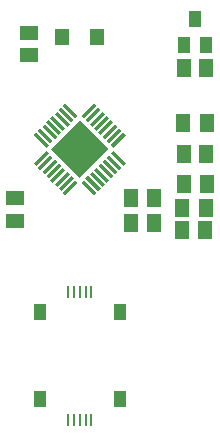
<source format=gbr>
G04 EAGLE Gerber RS-274X export*
G75*
%MOMM*%
%FSLAX34Y34*%
%LPD*%
%INSolderpaste Top*%
%IPPOS*%
%AMOC8*
5,1,8,0,0,1.08239X$1,22.5*%
G01*
%ADD10R,0.300000X1.500000*%
%ADD11R,3.450000X3.450000*%
%ADD12R,0.250000X1.000000*%
%ADD13R,1.000000X1.340000*%
%ADD14R,1.300000X1.600000*%
%ADD15R,1.000000X1.400000*%
%ADD16R,1.600000X1.300000*%
%ADD17R,1.200000X1.400000*%


D10*
G36*
X541415Y321715D02*
X543536Y323836D01*
X554141Y313231D01*
X552020Y311110D01*
X541415Y321715D01*
G37*
G36*
X544951Y325251D02*
X547072Y327372D01*
X557677Y316767D01*
X555556Y314646D01*
X544951Y325251D01*
G37*
G36*
X548486Y328786D02*
X550607Y330907D01*
X561212Y320302D01*
X559091Y318181D01*
X548486Y328786D01*
G37*
G36*
X552022Y332322D02*
X554143Y334443D01*
X564748Y323838D01*
X562627Y321717D01*
X552022Y332322D01*
G37*
G36*
X555557Y335857D02*
X557678Y337978D01*
X568283Y327373D01*
X566162Y325252D01*
X555557Y335857D01*
G37*
G36*
X559093Y339393D02*
X561214Y341514D01*
X571819Y330909D01*
X569698Y328788D01*
X559093Y339393D01*
G37*
G36*
X562628Y342928D02*
X564749Y345049D01*
X575354Y334444D01*
X573233Y332323D01*
X562628Y342928D01*
G37*
G36*
X566164Y346464D02*
X568285Y348585D01*
X578890Y337980D01*
X576769Y335859D01*
X566164Y346464D01*
G37*
G36*
X568285Y351415D02*
X566164Y353536D01*
X576769Y364141D01*
X578890Y362020D01*
X568285Y351415D01*
G37*
G36*
X564749Y354951D02*
X562628Y357072D01*
X573233Y367677D01*
X575354Y365556D01*
X564749Y354951D01*
G37*
G36*
X561214Y358486D02*
X559093Y360607D01*
X569698Y371212D01*
X571819Y369091D01*
X561214Y358486D01*
G37*
G36*
X557678Y362022D02*
X555557Y364143D01*
X566162Y374748D01*
X568283Y372627D01*
X557678Y362022D01*
G37*
G36*
X554143Y365557D02*
X552022Y367678D01*
X562627Y378283D01*
X564748Y376162D01*
X554143Y365557D01*
G37*
G36*
X550607Y369093D02*
X548486Y371214D01*
X559091Y381819D01*
X561212Y379698D01*
X550607Y369093D01*
G37*
G36*
X547072Y372628D02*
X544951Y374749D01*
X555556Y385354D01*
X557677Y383233D01*
X547072Y372628D01*
G37*
G36*
X543536Y376164D02*
X541415Y378285D01*
X552020Y388890D01*
X554141Y386769D01*
X543536Y376164D01*
G37*
G36*
X538585Y378285D02*
X536464Y376164D01*
X525859Y386769D01*
X527980Y388890D01*
X538585Y378285D01*
G37*
G36*
X535049Y374749D02*
X532928Y372628D01*
X522323Y383233D01*
X524444Y385354D01*
X535049Y374749D01*
G37*
G36*
X531514Y371214D02*
X529393Y369093D01*
X518788Y379698D01*
X520909Y381819D01*
X531514Y371214D01*
G37*
G36*
X527978Y367678D02*
X525857Y365557D01*
X515252Y376162D01*
X517373Y378283D01*
X527978Y367678D01*
G37*
G36*
X524443Y364143D02*
X522322Y362022D01*
X511717Y372627D01*
X513838Y374748D01*
X524443Y364143D01*
G37*
G36*
X520907Y360607D02*
X518786Y358486D01*
X508181Y369091D01*
X510302Y371212D01*
X520907Y360607D01*
G37*
G36*
X517372Y357072D02*
X515251Y354951D01*
X504646Y365556D01*
X506767Y367677D01*
X517372Y357072D01*
G37*
G36*
X513836Y353536D02*
X511715Y351415D01*
X501110Y362020D01*
X503231Y364141D01*
X513836Y353536D01*
G37*
G36*
X511715Y348585D02*
X513836Y346464D01*
X503231Y335859D01*
X501110Y337980D01*
X511715Y348585D01*
G37*
G36*
X515251Y345049D02*
X517372Y342928D01*
X506767Y332323D01*
X504646Y334444D01*
X515251Y345049D01*
G37*
G36*
X518786Y341514D02*
X520907Y339393D01*
X510302Y328788D01*
X508181Y330909D01*
X518786Y341514D01*
G37*
G36*
X522322Y337978D02*
X524443Y335857D01*
X513838Y325252D01*
X511717Y327373D01*
X522322Y337978D01*
G37*
G36*
X525857Y334443D02*
X527978Y332322D01*
X517373Y321717D01*
X515252Y323838D01*
X525857Y334443D01*
G37*
G36*
X529393Y330907D02*
X531514Y328786D01*
X520909Y318181D01*
X518788Y320302D01*
X529393Y330907D01*
G37*
G36*
X532928Y327372D02*
X535049Y325251D01*
X524444Y314646D01*
X522323Y316767D01*
X532928Y327372D01*
G37*
G36*
X536464Y323836D02*
X538585Y321715D01*
X527980Y311110D01*
X525859Y313231D01*
X536464Y323836D01*
G37*
D11*
G36*
X540000Y374395D02*
X564395Y350000D01*
X540000Y325605D01*
X515605Y350000D01*
X540000Y374395D01*
G37*
D12*
X530000Y229050D03*
X535000Y229050D03*
X540000Y229050D03*
X545000Y229050D03*
X550000Y229050D03*
D13*
X506125Y211800D03*
X573875Y211800D03*
D14*
X628096Y320608D03*
X648096Y320608D03*
X626280Y281464D03*
X646280Y281464D03*
D15*
X637664Y460456D03*
X647164Y438456D03*
X628164Y438456D03*
D14*
X647164Y418600D03*
X628164Y418600D03*
X627008Y300312D03*
X647008Y300312D03*
X583780Y308936D03*
X602780Y308936D03*
X583780Y287224D03*
X602780Y287224D03*
X647284Y346032D03*
X628284Y346032D03*
X627408Y372024D03*
X647408Y372024D03*
D16*
X485008Y289372D03*
X485008Y308372D03*
X497200Y448580D03*
X497200Y429580D03*
D17*
X524872Y445176D03*
X554872Y445176D03*
D12*
X550000Y120950D03*
X545000Y120950D03*
X540000Y120950D03*
X535000Y120950D03*
X530000Y120950D03*
D13*
X573875Y138200D03*
X506125Y138200D03*
M02*

</source>
